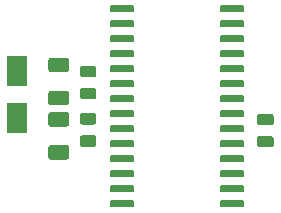
<source format=gtp>
G04 #@! TF.GenerationSoftware,KiCad,Pcbnew,(5.1.5)-3*
G04 #@! TF.CreationDate,2020-04-23T23:36:20+02:00*
G04 #@! TF.ProjectId,01_spi_pont_H,30315f73-7069-45f7-906f-6e745f482e6b,rev?*
G04 #@! TF.SameCoordinates,Original*
G04 #@! TF.FileFunction,Paste,Top*
G04 #@! TF.FilePolarity,Positive*
%FSLAX46Y46*%
G04 Gerber Fmt 4.6, Leading zero omitted, Abs format (unit mm)*
G04 Created by KiCad (PCBNEW (5.1.5)-3) date 2020-04-23 23:36:20*
%MOMM*%
%LPD*%
G04 APERTURE LIST*
%ADD10C,0.100000*%
%ADD11R,1.800000X2.500000*%
G04 APERTURE END LIST*
D10*
G36*
X126980142Y-71576174D02*
G01*
X127003803Y-71579684D01*
X127027007Y-71585496D01*
X127049529Y-71593554D01*
X127071153Y-71603782D01*
X127091670Y-71616079D01*
X127110883Y-71630329D01*
X127128607Y-71646393D01*
X127144671Y-71664117D01*
X127158921Y-71683330D01*
X127171218Y-71703847D01*
X127181446Y-71725471D01*
X127189504Y-71747993D01*
X127195316Y-71771197D01*
X127198826Y-71794858D01*
X127200000Y-71818750D01*
X127200000Y-72306250D01*
X127198826Y-72330142D01*
X127195316Y-72353803D01*
X127189504Y-72377007D01*
X127181446Y-72399529D01*
X127171218Y-72421153D01*
X127158921Y-72441670D01*
X127144671Y-72460883D01*
X127128607Y-72478607D01*
X127110883Y-72494671D01*
X127091670Y-72508921D01*
X127071153Y-72521218D01*
X127049529Y-72531446D01*
X127027007Y-72539504D01*
X127003803Y-72545316D01*
X126980142Y-72548826D01*
X126956250Y-72550000D01*
X126043750Y-72550000D01*
X126019858Y-72548826D01*
X125996197Y-72545316D01*
X125972993Y-72539504D01*
X125950471Y-72531446D01*
X125928847Y-72521218D01*
X125908330Y-72508921D01*
X125889117Y-72494671D01*
X125871393Y-72478607D01*
X125855329Y-72460883D01*
X125841079Y-72441670D01*
X125828782Y-72421153D01*
X125818554Y-72399529D01*
X125810496Y-72377007D01*
X125804684Y-72353803D01*
X125801174Y-72330142D01*
X125800000Y-72306250D01*
X125800000Y-71818750D01*
X125801174Y-71794858D01*
X125804684Y-71771197D01*
X125810496Y-71747993D01*
X125818554Y-71725471D01*
X125828782Y-71703847D01*
X125841079Y-71683330D01*
X125855329Y-71664117D01*
X125871393Y-71646393D01*
X125889117Y-71630329D01*
X125908330Y-71616079D01*
X125928847Y-71603782D01*
X125950471Y-71593554D01*
X125972993Y-71585496D01*
X125996197Y-71579684D01*
X126019858Y-71576174D01*
X126043750Y-71575000D01*
X126956250Y-71575000D01*
X126980142Y-71576174D01*
G37*
G36*
X126980142Y-73451174D02*
G01*
X127003803Y-73454684D01*
X127027007Y-73460496D01*
X127049529Y-73468554D01*
X127071153Y-73478782D01*
X127091670Y-73491079D01*
X127110883Y-73505329D01*
X127128607Y-73521393D01*
X127144671Y-73539117D01*
X127158921Y-73558330D01*
X127171218Y-73578847D01*
X127181446Y-73600471D01*
X127189504Y-73622993D01*
X127195316Y-73646197D01*
X127198826Y-73669858D01*
X127200000Y-73693750D01*
X127200000Y-74181250D01*
X127198826Y-74205142D01*
X127195316Y-74228803D01*
X127189504Y-74252007D01*
X127181446Y-74274529D01*
X127171218Y-74296153D01*
X127158921Y-74316670D01*
X127144671Y-74335883D01*
X127128607Y-74353607D01*
X127110883Y-74369671D01*
X127091670Y-74383921D01*
X127071153Y-74396218D01*
X127049529Y-74406446D01*
X127027007Y-74414504D01*
X127003803Y-74420316D01*
X126980142Y-74423826D01*
X126956250Y-74425000D01*
X126043750Y-74425000D01*
X126019858Y-74423826D01*
X125996197Y-74420316D01*
X125972993Y-74414504D01*
X125950471Y-74406446D01*
X125928847Y-74396218D01*
X125908330Y-74383921D01*
X125889117Y-74369671D01*
X125871393Y-74353607D01*
X125855329Y-74335883D01*
X125841079Y-74316670D01*
X125828782Y-74296153D01*
X125818554Y-74274529D01*
X125810496Y-74252007D01*
X125804684Y-74228803D01*
X125801174Y-74205142D01*
X125800000Y-74181250D01*
X125800000Y-73693750D01*
X125801174Y-73669858D01*
X125804684Y-73646197D01*
X125810496Y-73622993D01*
X125818554Y-73600471D01*
X125828782Y-73578847D01*
X125841079Y-73558330D01*
X125855329Y-73539117D01*
X125871393Y-73521393D01*
X125889117Y-73505329D01*
X125908330Y-73491079D01*
X125928847Y-73478782D01*
X125950471Y-73468554D01*
X125972993Y-73460496D01*
X125996197Y-73454684D01*
X126019858Y-73451174D01*
X126043750Y-73450000D01*
X126956250Y-73450000D01*
X126980142Y-73451174D01*
G37*
G36*
X126980142Y-75576174D02*
G01*
X127003803Y-75579684D01*
X127027007Y-75585496D01*
X127049529Y-75593554D01*
X127071153Y-75603782D01*
X127091670Y-75616079D01*
X127110883Y-75630329D01*
X127128607Y-75646393D01*
X127144671Y-75664117D01*
X127158921Y-75683330D01*
X127171218Y-75703847D01*
X127181446Y-75725471D01*
X127189504Y-75747993D01*
X127195316Y-75771197D01*
X127198826Y-75794858D01*
X127200000Y-75818750D01*
X127200000Y-76306250D01*
X127198826Y-76330142D01*
X127195316Y-76353803D01*
X127189504Y-76377007D01*
X127181446Y-76399529D01*
X127171218Y-76421153D01*
X127158921Y-76441670D01*
X127144671Y-76460883D01*
X127128607Y-76478607D01*
X127110883Y-76494671D01*
X127091670Y-76508921D01*
X127071153Y-76521218D01*
X127049529Y-76531446D01*
X127027007Y-76539504D01*
X127003803Y-76545316D01*
X126980142Y-76548826D01*
X126956250Y-76550000D01*
X126043750Y-76550000D01*
X126019858Y-76548826D01*
X125996197Y-76545316D01*
X125972993Y-76539504D01*
X125950471Y-76531446D01*
X125928847Y-76521218D01*
X125908330Y-76508921D01*
X125889117Y-76494671D01*
X125871393Y-76478607D01*
X125855329Y-76460883D01*
X125841079Y-76441670D01*
X125828782Y-76421153D01*
X125818554Y-76399529D01*
X125810496Y-76377007D01*
X125804684Y-76353803D01*
X125801174Y-76330142D01*
X125800000Y-76306250D01*
X125800000Y-75818750D01*
X125801174Y-75794858D01*
X125804684Y-75771197D01*
X125810496Y-75747993D01*
X125818554Y-75725471D01*
X125828782Y-75703847D01*
X125841079Y-75683330D01*
X125855329Y-75664117D01*
X125871393Y-75646393D01*
X125889117Y-75630329D01*
X125908330Y-75616079D01*
X125928847Y-75603782D01*
X125950471Y-75593554D01*
X125972993Y-75585496D01*
X125996197Y-75579684D01*
X126019858Y-75576174D01*
X126043750Y-75575000D01*
X126956250Y-75575000D01*
X126980142Y-75576174D01*
G37*
G36*
X126980142Y-77451174D02*
G01*
X127003803Y-77454684D01*
X127027007Y-77460496D01*
X127049529Y-77468554D01*
X127071153Y-77478782D01*
X127091670Y-77491079D01*
X127110883Y-77505329D01*
X127128607Y-77521393D01*
X127144671Y-77539117D01*
X127158921Y-77558330D01*
X127171218Y-77578847D01*
X127181446Y-77600471D01*
X127189504Y-77622993D01*
X127195316Y-77646197D01*
X127198826Y-77669858D01*
X127200000Y-77693750D01*
X127200000Y-78181250D01*
X127198826Y-78205142D01*
X127195316Y-78228803D01*
X127189504Y-78252007D01*
X127181446Y-78274529D01*
X127171218Y-78296153D01*
X127158921Y-78316670D01*
X127144671Y-78335883D01*
X127128607Y-78353607D01*
X127110883Y-78369671D01*
X127091670Y-78383921D01*
X127071153Y-78396218D01*
X127049529Y-78406446D01*
X127027007Y-78414504D01*
X127003803Y-78420316D01*
X126980142Y-78423826D01*
X126956250Y-78425000D01*
X126043750Y-78425000D01*
X126019858Y-78423826D01*
X125996197Y-78420316D01*
X125972993Y-78414504D01*
X125950471Y-78406446D01*
X125928847Y-78396218D01*
X125908330Y-78383921D01*
X125889117Y-78369671D01*
X125871393Y-78353607D01*
X125855329Y-78335883D01*
X125841079Y-78316670D01*
X125828782Y-78296153D01*
X125818554Y-78274529D01*
X125810496Y-78252007D01*
X125804684Y-78228803D01*
X125801174Y-78205142D01*
X125800000Y-78181250D01*
X125800000Y-77693750D01*
X125801174Y-77669858D01*
X125804684Y-77646197D01*
X125810496Y-77622993D01*
X125818554Y-77600471D01*
X125828782Y-77578847D01*
X125841079Y-77558330D01*
X125855329Y-77539117D01*
X125871393Y-77521393D01*
X125889117Y-77505329D01*
X125908330Y-77491079D01*
X125928847Y-77478782D01*
X125950471Y-77468554D01*
X125972993Y-77460496D01*
X125996197Y-77454684D01*
X126019858Y-77451174D01*
X126043750Y-77450000D01*
X126956250Y-77450000D01*
X126980142Y-77451174D01*
G37*
G36*
X124649504Y-70876204D02*
G01*
X124673773Y-70879804D01*
X124697571Y-70885765D01*
X124720671Y-70894030D01*
X124742849Y-70904520D01*
X124763893Y-70917133D01*
X124783598Y-70931747D01*
X124801777Y-70948223D01*
X124818253Y-70966402D01*
X124832867Y-70986107D01*
X124845480Y-71007151D01*
X124855970Y-71029329D01*
X124864235Y-71052429D01*
X124870196Y-71076227D01*
X124873796Y-71100496D01*
X124875000Y-71125000D01*
X124875000Y-71875000D01*
X124873796Y-71899504D01*
X124870196Y-71923773D01*
X124864235Y-71947571D01*
X124855970Y-71970671D01*
X124845480Y-71992849D01*
X124832867Y-72013893D01*
X124818253Y-72033598D01*
X124801777Y-72051777D01*
X124783598Y-72068253D01*
X124763893Y-72082867D01*
X124742849Y-72095480D01*
X124720671Y-72105970D01*
X124697571Y-72114235D01*
X124673773Y-72120196D01*
X124649504Y-72123796D01*
X124625000Y-72125000D01*
X123375000Y-72125000D01*
X123350496Y-72123796D01*
X123326227Y-72120196D01*
X123302429Y-72114235D01*
X123279329Y-72105970D01*
X123257151Y-72095480D01*
X123236107Y-72082867D01*
X123216402Y-72068253D01*
X123198223Y-72051777D01*
X123181747Y-72033598D01*
X123167133Y-72013893D01*
X123154520Y-71992849D01*
X123144030Y-71970671D01*
X123135765Y-71947571D01*
X123129804Y-71923773D01*
X123126204Y-71899504D01*
X123125000Y-71875000D01*
X123125000Y-71125000D01*
X123126204Y-71100496D01*
X123129804Y-71076227D01*
X123135765Y-71052429D01*
X123144030Y-71029329D01*
X123154520Y-71007151D01*
X123167133Y-70986107D01*
X123181747Y-70966402D01*
X123198223Y-70948223D01*
X123216402Y-70931747D01*
X123236107Y-70917133D01*
X123257151Y-70904520D01*
X123279329Y-70894030D01*
X123302429Y-70885765D01*
X123326227Y-70879804D01*
X123350496Y-70876204D01*
X123375000Y-70875000D01*
X124625000Y-70875000D01*
X124649504Y-70876204D01*
G37*
G36*
X124649504Y-73676204D02*
G01*
X124673773Y-73679804D01*
X124697571Y-73685765D01*
X124720671Y-73694030D01*
X124742849Y-73704520D01*
X124763893Y-73717133D01*
X124783598Y-73731747D01*
X124801777Y-73748223D01*
X124818253Y-73766402D01*
X124832867Y-73786107D01*
X124845480Y-73807151D01*
X124855970Y-73829329D01*
X124864235Y-73852429D01*
X124870196Y-73876227D01*
X124873796Y-73900496D01*
X124875000Y-73925000D01*
X124875000Y-74675000D01*
X124873796Y-74699504D01*
X124870196Y-74723773D01*
X124864235Y-74747571D01*
X124855970Y-74770671D01*
X124845480Y-74792849D01*
X124832867Y-74813893D01*
X124818253Y-74833598D01*
X124801777Y-74851777D01*
X124783598Y-74868253D01*
X124763893Y-74882867D01*
X124742849Y-74895480D01*
X124720671Y-74905970D01*
X124697571Y-74914235D01*
X124673773Y-74920196D01*
X124649504Y-74923796D01*
X124625000Y-74925000D01*
X123375000Y-74925000D01*
X123350496Y-74923796D01*
X123326227Y-74920196D01*
X123302429Y-74914235D01*
X123279329Y-74905970D01*
X123257151Y-74895480D01*
X123236107Y-74882867D01*
X123216402Y-74868253D01*
X123198223Y-74851777D01*
X123181747Y-74833598D01*
X123167133Y-74813893D01*
X123154520Y-74792849D01*
X123144030Y-74770671D01*
X123135765Y-74747571D01*
X123129804Y-74723773D01*
X123126204Y-74699504D01*
X123125000Y-74675000D01*
X123125000Y-73925000D01*
X123126204Y-73900496D01*
X123129804Y-73876227D01*
X123135765Y-73852429D01*
X123144030Y-73829329D01*
X123154520Y-73807151D01*
X123167133Y-73786107D01*
X123181747Y-73766402D01*
X123198223Y-73748223D01*
X123216402Y-73731747D01*
X123236107Y-73717133D01*
X123257151Y-73704520D01*
X123279329Y-73694030D01*
X123302429Y-73685765D01*
X123326227Y-73679804D01*
X123350496Y-73676204D01*
X123375000Y-73675000D01*
X124625000Y-73675000D01*
X124649504Y-73676204D01*
G37*
G36*
X141980142Y-77513674D02*
G01*
X142003803Y-77517184D01*
X142027007Y-77522996D01*
X142049529Y-77531054D01*
X142071153Y-77541282D01*
X142091670Y-77553579D01*
X142110883Y-77567829D01*
X142128607Y-77583893D01*
X142144671Y-77601617D01*
X142158921Y-77620830D01*
X142171218Y-77641347D01*
X142181446Y-77662971D01*
X142189504Y-77685493D01*
X142195316Y-77708697D01*
X142198826Y-77732358D01*
X142200000Y-77756250D01*
X142200000Y-78243750D01*
X142198826Y-78267642D01*
X142195316Y-78291303D01*
X142189504Y-78314507D01*
X142181446Y-78337029D01*
X142171218Y-78358653D01*
X142158921Y-78379170D01*
X142144671Y-78398383D01*
X142128607Y-78416107D01*
X142110883Y-78432171D01*
X142091670Y-78446421D01*
X142071153Y-78458718D01*
X142049529Y-78468946D01*
X142027007Y-78477004D01*
X142003803Y-78482816D01*
X141980142Y-78486326D01*
X141956250Y-78487500D01*
X141043750Y-78487500D01*
X141019858Y-78486326D01*
X140996197Y-78482816D01*
X140972993Y-78477004D01*
X140950471Y-78468946D01*
X140928847Y-78458718D01*
X140908330Y-78446421D01*
X140889117Y-78432171D01*
X140871393Y-78416107D01*
X140855329Y-78398383D01*
X140841079Y-78379170D01*
X140828782Y-78358653D01*
X140818554Y-78337029D01*
X140810496Y-78314507D01*
X140804684Y-78291303D01*
X140801174Y-78267642D01*
X140800000Y-78243750D01*
X140800000Y-77756250D01*
X140801174Y-77732358D01*
X140804684Y-77708697D01*
X140810496Y-77685493D01*
X140818554Y-77662971D01*
X140828782Y-77641347D01*
X140841079Y-77620830D01*
X140855329Y-77601617D01*
X140871393Y-77583893D01*
X140889117Y-77567829D01*
X140908330Y-77553579D01*
X140928847Y-77541282D01*
X140950471Y-77531054D01*
X140972993Y-77522996D01*
X140996197Y-77517184D01*
X141019858Y-77513674D01*
X141043750Y-77512500D01*
X141956250Y-77512500D01*
X141980142Y-77513674D01*
G37*
G36*
X141980142Y-75638674D02*
G01*
X142003803Y-75642184D01*
X142027007Y-75647996D01*
X142049529Y-75656054D01*
X142071153Y-75666282D01*
X142091670Y-75678579D01*
X142110883Y-75692829D01*
X142128607Y-75708893D01*
X142144671Y-75726617D01*
X142158921Y-75745830D01*
X142171218Y-75766347D01*
X142181446Y-75787971D01*
X142189504Y-75810493D01*
X142195316Y-75833697D01*
X142198826Y-75857358D01*
X142200000Y-75881250D01*
X142200000Y-76368750D01*
X142198826Y-76392642D01*
X142195316Y-76416303D01*
X142189504Y-76439507D01*
X142181446Y-76462029D01*
X142171218Y-76483653D01*
X142158921Y-76504170D01*
X142144671Y-76523383D01*
X142128607Y-76541107D01*
X142110883Y-76557171D01*
X142091670Y-76571421D01*
X142071153Y-76583718D01*
X142049529Y-76593946D01*
X142027007Y-76602004D01*
X142003803Y-76607816D01*
X141980142Y-76611326D01*
X141956250Y-76612500D01*
X141043750Y-76612500D01*
X141019858Y-76611326D01*
X140996197Y-76607816D01*
X140972993Y-76602004D01*
X140950471Y-76593946D01*
X140928847Y-76583718D01*
X140908330Y-76571421D01*
X140889117Y-76557171D01*
X140871393Y-76541107D01*
X140855329Y-76523383D01*
X140841079Y-76504170D01*
X140828782Y-76483653D01*
X140818554Y-76462029D01*
X140810496Y-76439507D01*
X140804684Y-76416303D01*
X140801174Y-76392642D01*
X140800000Y-76368750D01*
X140800000Y-75881250D01*
X140801174Y-75857358D01*
X140804684Y-75833697D01*
X140810496Y-75810493D01*
X140818554Y-75787971D01*
X140828782Y-75766347D01*
X140841079Y-75745830D01*
X140855329Y-75726617D01*
X140871393Y-75708893D01*
X140889117Y-75692829D01*
X140908330Y-75678579D01*
X140928847Y-75666282D01*
X140950471Y-75656054D01*
X140972993Y-75647996D01*
X140996197Y-75642184D01*
X141019858Y-75638674D01*
X141043750Y-75637500D01*
X141956250Y-75637500D01*
X141980142Y-75638674D01*
G37*
D11*
X120500000Y-72000000D03*
X120500000Y-76000000D03*
D10*
G36*
X130239703Y-66445722D02*
G01*
X130254264Y-66447882D01*
X130268543Y-66451459D01*
X130282403Y-66456418D01*
X130295710Y-66462712D01*
X130308336Y-66470280D01*
X130320159Y-66479048D01*
X130331066Y-66488934D01*
X130340952Y-66499841D01*
X130349720Y-66511664D01*
X130357288Y-66524290D01*
X130363582Y-66537597D01*
X130368541Y-66551457D01*
X130372118Y-66565736D01*
X130374278Y-66580297D01*
X130375000Y-66595000D01*
X130375000Y-66895000D01*
X130374278Y-66909703D01*
X130372118Y-66924264D01*
X130368541Y-66938543D01*
X130363582Y-66952403D01*
X130357288Y-66965710D01*
X130349720Y-66978336D01*
X130340952Y-66990159D01*
X130331066Y-67001066D01*
X130320159Y-67010952D01*
X130308336Y-67019720D01*
X130295710Y-67027288D01*
X130282403Y-67033582D01*
X130268543Y-67038541D01*
X130254264Y-67042118D01*
X130239703Y-67044278D01*
X130225000Y-67045000D01*
X128475000Y-67045000D01*
X128460297Y-67044278D01*
X128445736Y-67042118D01*
X128431457Y-67038541D01*
X128417597Y-67033582D01*
X128404290Y-67027288D01*
X128391664Y-67019720D01*
X128379841Y-67010952D01*
X128368934Y-67001066D01*
X128359048Y-66990159D01*
X128350280Y-66978336D01*
X128342712Y-66965710D01*
X128336418Y-66952403D01*
X128331459Y-66938543D01*
X128327882Y-66924264D01*
X128325722Y-66909703D01*
X128325000Y-66895000D01*
X128325000Y-66595000D01*
X128325722Y-66580297D01*
X128327882Y-66565736D01*
X128331459Y-66551457D01*
X128336418Y-66537597D01*
X128342712Y-66524290D01*
X128350280Y-66511664D01*
X128359048Y-66499841D01*
X128368934Y-66488934D01*
X128379841Y-66479048D01*
X128391664Y-66470280D01*
X128404290Y-66462712D01*
X128417597Y-66456418D01*
X128431457Y-66451459D01*
X128445736Y-66447882D01*
X128460297Y-66445722D01*
X128475000Y-66445000D01*
X130225000Y-66445000D01*
X130239703Y-66445722D01*
G37*
G36*
X130239703Y-67715722D02*
G01*
X130254264Y-67717882D01*
X130268543Y-67721459D01*
X130282403Y-67726418D01*
X130295710Y-67732712D01*
X130308336Y-67740280D01*
X130320159Y-67749048D01*
X130331066Y-67758934D01*
X130340952Y-67769841D01*
X130349720Y-67781664D01*
X130357288Y-67794290D01*
X130363582Y-67807597D01*
X130368541Y-67821457D01*
X130372118Y-67835736D01*
X130374278Y-67850297D01*
X130375000Y-67865000D01*
X130375000Y-68165000D01*
X130374278Y-68179703D01*
X130372118Y-68194264D01*
X130368541Y-68208543D01*
X130363582Y-68222403D01*
X130357288Y-68235710D01*
X130349720Y-68248336D01*
X130340952Y-68260159D01*
X130331066Y-68271066D01*
X130320159Y-68280952D01*
X130308336Y-68289720D01*
X130295710Y-68297288D01*
X130282403Y-68303582D01*
X130268543Y-68308541D01*
X130254264Y-68312118D01*
X130239703Y-68314278D01*
X130225000Y-68315000D01*
X128475000Y-68315000D01*
X128460297Y-68314278D01*
X128445736Y-68312118D01*
X128431457Y-68308541D01*
X128417597Y-68303582D01*
X128404290Y-68297288D01*
X128391664Y-68289720D01*
X128379841Y-68280952D01*
X128368934Y-68271066D01*
X128359048Y-68260159D01*
X128350280Y-68248336D01*
X128342712Y-68235710D01*
X128336418Y-68222403D01*
X128331459Y-68208543D01*
X128327882Y-68194264D01*
X128325722Y-68179703D01*
X128325000Y-68165000D01*
X128325000Y-67865000D01*
X128325722Y-67850297D01*
X128327882Y-67835736D01*
X128331459Y-67821457D01*
X128336418Y-67807597D01*
X128342712Y-67794290D01*
X128350280Y-67781664D01*
X128359048Y-67769841D01*
X128368934Y-67758934D01*
X128379841Y-67749048D01*
X128391664Y-67740280D01*
X128404290Y-67732712D01*
X128417597Y-67726418D01*
X128431457Y-67721459D01*
X128445736Y-67717882D01*
X128460297Y-67715722D01*
X128475000Y-67715000D01*
X130225000Y-67715000D01*
X130239703Y-67715722D01*
G37*
G36*
X130239703Y-68985722D02*
G01*
X130254264Y-68987882D01*
X130268543Y-68991459D01*
X130282403Y-68996418D01*
X130295710Y-69002712D01*
X130308336Y-69010280D01*
X130320159Y-69019048D01*
X130331066Y-69028934D01*
X130340952Y-69039841D01*
X130349720Y-69051664D01*
X130357288Y-69064290D01*
X130363582Y-69077597D01*
X130368541Y-69091457D01*
X130372118Y-69105736D01*
X130374278Y-69120297D01*
X130375000Y-69135000D01*
X130375000Y-69435000D01*
X130374278Y-69449703D01*
X130372118Y-69464264D01*
X130368541Y-69478543D01*
X130363582Y-69492403D01*
X130357288Y-69505710D01*
X130349720Y-69518336D01*
X130340952Y-69530159D01*
X130331066Y-69541066D01*
X130320159Y-69550952D01*
X130308336Y-69559720D01*
X130295710Y-69567288D01*
X130282403Y-69573582D01*
X130268543Y-69578541D01*
X130254264Y-69582118D01*
X130239703Y-69584278D01*
X130225000Y-69585000D01*
X128475000Y-69585000D01*
X128460297Y-69584278D01*
X128445736Y-69582118D01*
X128431457Y-69578541D01*
X128417597Y-69573582D01*
X128404290Y-69567288D01*
X128391664Y-69559720D01*
X128379841Y-69550952D01*
X128368934Y-69541066D01*
X128359048Y-69530159D01*
X128350280Y-69518336D01*
X128342712Y-69505710D01*
X128336418Y-69492403D01*
X128331459Y-69478543D01*
X128327882Y-69464264D01*
X128325722Y-69449703D01*
X128325000Y-69435000D01*
X128325000Y-69135000D01*
X128325722Y-69120297D01*
X128327882Y-69105736D01*
X128331459Y-69091457D01*
X128336418Y-69077597D01*
X128342712Y-69064290D01*
X128350280Y-69051664D01*
X128359048Y-69039841D01*
X128368934Y-69028934D01*
X128379841Y-69019048D01*
X128391664Y-69010280D01*
X128404290Y-69002712D01*
X128417597Y-68996418D01*
X128431457Y-68991459D01*
X128445736Y-68987882D01*
X128460297Y-68985722D01*
X128475000Y-68985000D01*
X130225000Y-68985000D01*
X130239703Y-68985722D01*
G37*
G36*
X130239703Y-70255722D02*
G01*
X130254264Y-70257882D01*
X130268543Y-70261459D01*
X130282403Y-70266418D01*
X130295710Y-70272712D01*
X130308336Y-70280280D01*
X130320159Y-70289048D01*
X130331066Y-70298934D01*
X130340952Y-70309841D01*
X130349720Y-70321664D01*
X130357288Y-70334290D01*
X130363582Y-70347597D01*
X130368541Y-70361457D01*
X130372118Y-70375736D01*
X130374278Y-70390297D01*
X130375000Y-70405000D01*
X130375000Y-70705000D01*
X130374278Y-70719703D01*
X130372118Y-70734264D01*
X130368541Y-70748543D01*
X130363582Y-70762403D01*
X130357288Y-70775710D01*
X130349720Y-70788336D01*
X130340952Y-70800159D01*
X130331066Y-70811066D01*
X130320159Y-70820952D01*
X130308336Y-70829720D01*
X130295710Y-70837288D01*
X130282403Y-70843582D01*
X130268543Y-70848541D01*
X130254264Y-70852118D01*
X130239703Y-70854278D01*
X130225000Y-70855000D01*
X128475000Y-70855000D01*
X128460297Y-70854278D01*
X128445736Y-70852118D01*
X128431457Y-70848541D01*
X128417597Y-70843582D01*
X128404290Y-70837288D01*
X128391664Y-70829720D01*
X128379841Y-70820952D01*
X128368934Y-70811066D01*
X128359048Y-70800159D01*
X128350280Y-70788336D01*
X128342712Y-70775710D01*
X128336418Y-70762403D01*
X128331459Y-70748543D01*
X128327882Y-70734264D01*
X128325722Y-70719703D01*
X128325000Y-70705000D01*
X128325000Y-70405000D01*
X128325722Y-70390297D01*
X128327882Y-70375736D01*
X128331459Y-70361457D01*
X128336418Y-70347597D01*
X128342712Y-70334290D01*
X128350280Y-70321664D01*
X128359048Y-70309841D01*
X128368934Y-70298934D01*
X128379841Y-70289048D01*
X128391664Y-70280280D01*
X128404290Y-70272712D01*
X128417597Y-70266418D01*
X128431457Y-70261459D01*
X128445736Y-70257882D01*
X128460297Y-70255722D01*
X128475000Y-70255000D01*
X130225000Y-70255000D01*
X130239703Y-70255722D01*
G37*
G36*
X130239703Y-71525722D02*
G01*
X130254264Y-71527882D01*
X130268543Y-71531459D01*
X130282403Y-71536418D01*
X130295710Y-71542712D01*
X130308336Y-71550280D01*
X130320159Y-71559048D01*
X130331066Y-71568934D01*
X130340952Y-71579841D01*
X130349720Y-71591664D01*
X130357288Y-71604290D01*
X130363582Y-71617597D01*
X130368541Y-71631457D01*
X130372118Y-71645736D01*
X130374278Y-71660297D01*
X130375000Y-71675000D01*
X130375000Y-71975000D01*
X130374278Y-71989703D01*
X130372118Y-72004264D01*
X130368541Y-72018543D01*
X130363582Y-72032403D01*
X130357288Y-72045710D01*
X130349720Y-72058336D01*
X130340952Y-72070159D01*
X130331066Y-72081066D01*
X130320159Y-72090952D01*
X130308336Y-72099720D01*
X130295710Y-72107288D01*
X130282403Y-72113582D01*
X130268543Y-72118541D01*
X130254264Y-72122118D01*
X130239703Y-72124278D01*
X130225000Y-72125000D01*
X128475000Y-72125000D01*
X128460297Y-72124278D01*
X128445736Y-72122118D01*
X128431457Y-72118541D01*
X128417597Y-72113582D01*
X128404290Y-72107288D01*
X128391664Y-72099720D01*
X128379841Y-72090952D01*
X128368934Y-72081066D01*
X128359048Y-72070159D01*
X128350280Y-72058336D01*
X128342712Y-72045710D01*
X128336418Y-72032403D01*
X128331459Y-72018543D01*
X128327882Y-72004264D01*
X128325722Y-71989703D01*
X128325000Y-71975000D01*
X128325000Y-71675000D01*
X128325722Y-71660297D01*
X128327882Y-71645736D01*
X128331459Y-71631457D01*
X128336418Y-71617597D01*
X128342712Y-71604290D01*
X128350280Y-71591664D01*
X128359048Y-71579841D01*
X128368934Y-71568934D01*
X128379841Y-71559048D01*
X128391664Y-71550280D01*
X128404290Y-71542712D01*
X128417597Y-71536418D01*
X128431457Y-71531459D01*
X128445736Y-71527882D01*
X128460297Y-71525722D01*
X128475000Y-71525000D01*
X130225000Y-71525000D01*
X130239703Y-71525722D01*
G37*
G36*
X130239703Y-72795722D02*
G01*
X130254264Y-72797882D01*
X130268543Y-72801459D01*
X130282403Y-72806418D01*
X130295710Y-72812712D01*
X130308336Y-72820280D01*
X130320159Y-72829048D01*
X130331066Y-72838934D01*
X130340952Y-72849841D01*
X130349720Y-72861664D01*
X130357288Y-72874290D01*
X130363582Y-72887597D01*
X130368541Y-72901457D01*
X130372118Y-72915736D01*
X130374278Y-72930297D01*
X130375000Y-72945000D01*
X130375000Y-73245000D01*
X130374278Y-73259703D01*
X130372118Y-73274264D01*
X130368541Y-73288543D01*
X130363582Y-73302403D01*
X130357288Y-73315710D01*
X130349720Y-73328336D01*
X130340952Y-73340159D01*
X130331066Y-73351066D01*
X130320159Y-73360952D01*
X130308336Y-73369720D01*
X130295710Y-73377288D01*
X130282403Y-73383582D01*
X130268543Y-73388541D01*
X130254264Y-73392118D01*
X130239703Y-73394278D01*
X130225000Y-73395000D01*
X128475000Y-73395000D01*
X128460297Y-73394278D01*
X128445736Y-73392118D01*
X128431457Y-73388541D01*
X128417597Y-73383582D01*
X128404290Y-73377288D01*
X128391664Y-73369720D01*
X128379841Y-73360952D01*
X128368934Y-73351066D01*
X128359048Y-73340159D01*
X128350280Y-73328336D01*
X128342712Y-73315710D01*
X128336418Y-73302403D01*
X128331459Y-73288543D01*
X128327882Y-73274264D01*
X128325722Y-73259703D01*
X128325000Y-73245000D01*
X128325000Y-72945000D01*
X128325722Y-72930297D01*
X128327882Y-72915736D01*
X128331459Y-72901457D01*
X128336418Y-72887597D01*
X128342712Y-72874290D01*
X128350280Y-72861664D01*
X128359048Y-72849841D01*
X128368934Y-72838934D01*
X128379841Y-72829048D01*
X128391664Y-72820280D01*
X128404290Y-72812712D01*
X128417597Y-72806418D01*
X128431457Y-72801459D01*
X128445736Y-72797882D01*
X128460297Y-72795722D01*
X128475000Y-72795000D01*
X130225000Y-72795000D01*
X130239703Y-72795722D01*
G37*
G36*
X130239703Y-74065722D02*
G01*
X130254264Y-74067882D01*
X130268543Y-74071459D01*
X130282403Y-74076418D01*
X130295710Y-74082712D01*
X130308336Y-74090280D01*
X130320159Y-74099048D01*
X130331066Y-74108934D01*
X130340952Y-74119841D01*
X130349720Y-74131664D01*
X130357288Y-74144290D01*
X130363582Y-74157597D01*
X130368541Y-74171457D01*
X130372118Y-74185736D01*
X130374278Y-74200297D01*
X130375000Y-74215000D01*
X130375000Y-74515000D01*
X130374278Y-74529703D01*
X130372118Y-74544264D01*
X130368541Y-74558543D01*
X130363582Y-74572403D01*
X130357288Y-74585710D01*
X130349720Y-74598336D01*
X130340952Y-74610159D01*
X130331066Y-74621066D01*
X130320159Y-74630952D01*
X130308336Y-74639720D01*
X130295710Y-74647288D01*
X130282403Y-74653582D01*
X130268543Y-74658541D01*
X130254264Y-74662118D01*
X130239703Y-74664278D01*
X130225000Y-74665000D01*
X128475000Y-74665000D01*
X128460297Y-74664278D01*
X128445736Y-74662118D01*
X128431457Y-74658541D01*
X128417597Y-74653582D01*
X128404290Y-74647288D01*
X128391664Y-74639720D01*
X128379841Y-74630952D01*
X128368934Y-74621066D01*
X128359048Y-74610159D01*
X128350280Y-74598336D01*
X128342712Y-74585710D01*
X128336418Y-74572403D01*
X128331459Y-74558543D01*
X128327882Y-74544264D01*
X128325722Y-74529703D01*
X128325000Y-74515000D01*
X128325000Y-74215000D01*
X128325722Y-74200297D01*
X128327882Y-74185736D01*
X128331459Y-74171457D01*
X128336418Y-74157597D01*
X128342712Y-74144290D01*
X128350280Y-74131664D01*
X128359048Y-74119841D01*
X128368934Y-74108934D01*
X128379841Y-74099048D01*
X128391664Y-74090280D01*
X128404290Y-74082712D01*
X128417597Y-74076418D01*
X128431457Y-74071459D01*
X128445736Y-74067882D01*
X128460297Y-74065722D01*
X128475000Y-74065000D01*
X130225000Y-74065000D01*
X130239703Y-74065722D01*
G37*
G36*
X130239703Y-75335722D02*
G01*
X130254264Y-75337882D01*
X130268543Y-75341459D01*
X130282403Y-75346418D01*
X130295710Y-75352712D01*
X130308336Y-75360280D01*
X130320159Y-75369048D01*
X130331066Y-75378934D01*
X130340952Y-75389841D01*
X130349720Y-75401664D01*
X130357288Y-75414290D01*
X130363582Y-75427597D01*
X130368541Y-75441457D01*
X130372118Y-75455736D01*
X130374278Y-75470297D01*
X130375000Y-75485000D01*
X130375000Y-75785000D01*
X130374278Y-75799703D01*
X130372118Y-75814264D01*
X130368541Y-75828543D01*
X130363582Y-75842403D01*
X130357288Y-75855710D01*
X130349720Y-75868336D01*
X130340952Y-75880159D01*
X130331066Y-75891066D01*
X130320159Y-75900952D01*
X130308336Y-75909720D01*
X130295710Y-75917288D01*
X130282403Y-75923582D01*
X130268543Y-75928541D01*
X130254264Y-75932118D01*
X130239703Y-75934278D01*
X130225000Y-75935000D01*
X128475000Y-75935000D01*
X128460297Y-75934278D01*
X128445736Y-75932118D01*
X128431457Y-75928541D01*
X128417597Y-75923582D01*
X128404290Y-75917288D01*
X128391664Y-75909720D01*
X128379841Y-75900952D01*
X128368934Y-75891066D01*
X128359048Y-75880159D01*
X128350280Y-75868336D01*
X128342712Y-75855710D01*
X128336418Y-75842403D01*
X128331459Y-75828543D01*
X128327882Y-75814264D01*
X128325722Y-75799703D01*
X128325000Y-75785000D01*
X128325000Y-75485000D01*
X128325722Y-75470297D01*
X128327882Y-75455736D01*
X128331459Y-75441457D01*
X128336418Y-75427597D01*
X128342712Y-75414290D01*
X128350280Y-75401664D01*
X128359048Y-75389841D01*
X128368934Y-75378934D01*
X128379841Y-75369048D01*
X128391664Y-75360280D01*
X128404290Y-75352712D01*
X128417597Y-75346418D01*
X128431457Y-75341459D01*
X128445736Y-75337882D01*
X128460297Y-75335722D01*
X128475000Y-75335000D01*
X130225000Y-75335000D01*
X130239703Y-75335722D01*
G37*
G36*
X130239703Y-76605722D02*
G01*
X130254264Y-76607882D01*
X130268543Y-76611459D01*
X130282403Y-76616418D01*
X130295710Y-76622712D01*
X130308336Y-76630280D01*
X130320159Y-76639048D01*
X130331066Y-76648934D01*
X130340952Y-76659841D01*
X130349720Y-76671664D01*
X130357288Y-76684290D01*
X130363582Y-76697597D01*
X130368541Y-76711457D01*
X130372118Y-76725736D01*
X130374278Y-76740297D01*
X130375000Y-76755000D01*
X130375000Y-77055000D01*
X130374278Y-77069703D01*
X130372118Y-77084264D01*
X130368541Y-77098543D01*
X130363582Y-77112403D01*
X130357288Y-77125710D01*
X130349720Y-77138336D01*
X130340952Y-77150159D01*
X130331066Y-77161066D01*
X130320159Y-77170952D01*
X130308336Y-77179720D01*
X130295710Y-77187288D01*
X130282403Y-77193582D01*
X130268543Y-77198541D01*
X130254264Y-77202118D01*
X130239703Y-77204278D01*
X130225000Y-77205000D01*
X128475000Y-77205000D01*
X128460297Y-77204278D01*
X128445736Y-77202118D01*
X128431457Y-77198541D01*
X128417597Y-77193582D01*
X128404290Y-77187288D01*
X128391664Y-77179720D01*
X128379841Y-77170952D01*
X128368934Y-77161066D01*
X128359048Y-77150159D01*
X128350280Y-77138336D01*
X128342712Y-77125710D01*
X128336418Y-77112403D01*
X128331459Y-77098543D01*
X128327882Y-77084264D01*
X128325722Y-77069703D01*
X128325000Y-77055000D01*
X128325000Y-76755000D01*
X128325722Y-76740297D01*
X128327882Y-76725736D01*
X128331459Y-76711457D01*
X128336418Y-76697597D01*
X128342712Y-76684290D01*
X128350280Y-76671664D01*
X128359048Y-76659841D01*
X128368934Y-76648934D01*
X128379841Y-76639048D01*
X128391664Y-76630280D01*
X128404290Y-76622712D01*
X128417597Y-76616418D01*
X128431457Y-76611459D01*
X128445736Y-76607882D01*
X128460297Y-76605722D01*
X128475000Y-76605000D01*
X130225000Y-76605000D01*
X130239703Y-76605722D01*
G37*
G36*
X130239703Y-77875722D02*
G01*
X130254264Y-77877882D01*
X130268543Y-77881459D01*
X130282403Y-77886418D01*
X130295710Y-77892712D01*
X130308336Y-77900280D01*
X130320159Y-77909048D01*
X130331066Y-77918934D01*
X130340952Y-77929841D01*
X130349720Y-77941664D01*
X130357288Y-77954290D01*
X130363582Y-77967597D01*
X130368541Y-77981457D01*
X130372118Y-77995736D01*
X130374278Y-78010297D01*
X130375000Y-78025000D01*
X130375000Y-78325000D01*
X130374278Y-78339703D01*
X130372118Y-78354264D01*
X130368541Y-78368543D01*
X130363582Y-78382403D01*
X130357288Y-78395710D01*
X130349720Y-78408336D01*
X130340952Y-78420159D01*
X130331066Y-78431066D01*
X130320159Y-78440952D01*
X130308336Y-78449720D01*
X130295710Y-78457288D01*
X130282403Y-78463582D01*
X130268543Y-78468541D01*
X130254264Y-78472118D01*
X130239703Y-78474278D01*
X130225000Y-78475000D01*
X128475000Y-78475000D01*
X128460297Y-78474278D01*
X128445736Y-78472118D01*
X128431457Y-78468541D01*
X128417597Y-78463582D01*
X128404290Y-78457288D01*
X128391664Y-78449720D01*
X128379841Y-78440952D01*
X128368934Y-78431066D01*
X128359048Y-78420159D01*
X128350280Y-78408336D01*
X128342712Y-78395710D01*
X128336418Y-78382403D01*
X128331459Y-78368543D01*
X128327882Y-78354264D01*
X128325722Y-78339703D01*
X128325000Y-78325000D01*
X128325000Y-78025000D01*
X128325722Y-78010297D01*
X128327882Y-77995736D01*
X128331459Y-77981457D01*
X128336418Y-77967597D01*
X128342712Y-77954290D01*
X128350280Y-77941664D01*
X128359048Y-77929841D01*
X128368934Y-77918934D01*
X128379841Y-77909048D01*
X128391664Y-77900280D01*
X128404290Y-77892712D01*
X128417597Y-77886418D01*
X128431457Y-77881459D01*
X128445736Y-77877882D01*
X128460297Y-77875722D01*
X128475000Y-77875000D01*
X130225000Y-77875000D01*
X130239703Y-77875722D01*
G37*
G36*
X130239703Y-79145722D02*
G01*
X130254264Y-79147882D01*
X130268543Y-79151459D01*
X130282403Y-79156418D01*
X130295710Y-79162712D01*
X130308336Y-79170280D01*
X130320159Y-79179048D01*
X130331066Y-79188934D01*
X130340952Y-79199841D01*
X130349720Y-79211664D01*
X130357288Y-79224290D01*
X130363582Y-79237597D01*
X130368541Y-79251457D01*
X130372118Y-79265736D01*
X130374278Y-79280297D01*
X130375000Y-79295000D01*
X130375000Y-79595000D01*
X130374278Y-79609703D01*
X130372118Y-79624264D01*
X130368541Y-79638543D01*
X130363582Y-79652403D01*
X130357288Y-79665710D01*
X130349720Y-79678336D01*
X130340952Y-79690159D01*
X130331066Y-79701066D01*
X130320159Y-79710952D01*
X130308336Y-79719720D01*
X130295710Y-79727288D01*
X130282403Y-79733582D01*
X130268543Y-79738541D01*
X130254264Y-79742118D01*
X130239703Y-79744278D01*
X130225000Y-79745000D01*
X128475000Y-79745000D01*
X128460297Y-79744278D01*
X128445736Y-79742118D01*
X128431457Y-79738541D01*
X128417597Y-79733582D01*
X128404290Y-79727288D01*
X128391664Y-79719720D01*
X128379841Y-79710952D01*
X128368934Y-79701066D01*
X128359048Y-79690159D01*
X128350280Y-79678336D01*
X128342712Y-79665710D01*
X128336418Y-79652403D01*
X128331459Y-79638543D01*
X128327882Y-79624264D01*
X128325722Y-79609703D01*
X128325000Y-79595000D01*
X128325000Y-79295000D01*
X128325722Y-79280297D01*
X128327882Y-79265736D01*
X128331459Y-79251457D01*
X128336418Y-79237597D01*
X128342712Y-79224290D01*
X128350280Y-79211664D01*
X128359048Y-79199841D01*
X128368934Y-79188934D01*
X128379841Y-79179048D01*
X128391664Y-79170280D01*
X128404290Y-79162712D01*
X128417597Y-79156418D01*
X128431457Y-79151459D01*
X128445736Y-79147882D01*
X128460297Y-79145722D01*
X128475000Y-79145000D01*
X130225000Y-79145000D01*
X130239703Y-79145722D01*
G37*
G36*
X130239703Y-80415722D02*
G01*
X130254264Y-80417882D01*
X130268543Y-80421459D01*
X130282403Y-80426418D01*
X130295710Y-80432712D01*
X130308336Y-80440280D01*
X130320159Y-80449048D01*
X130331066Y-80458934D01*
X130340952Y-80469841D01*
X130349720Y-80481664D01*
X130357288Y-80494290D01*
X130363582Y-80507597D01*
X130368541Y-80521457D01*
X130372118Y-80535736D01*
X130374278Y-80550297D01*
X130375000Y-80565000D01*
X130375000Y-80865000D01*
X130374278Y-80879703D01*
X130372118Y-80894264D01*
X130368541Y-80908543D01*
X130363582Y-80922403D01*
X130357288Y-80935710D01*
X130349720Y-80948336D01*
X130340952Y-80960159D01*
X130331066Y-80971066D01*
X130320159Y-80980952D01*
X130308336Y-80989720D01*
X130295710Y-80997288D01*
X130282403Y-81003582D01*
X130268543Y-81008541D01*
X130254264Y-81012118D01*
X130239703Y-81014278D01*
X130225000Y-81015000D01*
X128475000Y-81015000D01*
X128460297Y-81014278D01*
X128445736Y-81012118D01*
X128431457Y-81008541D01*
X128417597Y-81003582D01*
X128404290Y-80997288D01*
X128391664Y-80989720D01*
X128379841Y-80980952D01*
X128368934Y-80971066D01*
X128359048Y-80960159D01*
X128350280Y-80948336D01*
X128342712Y-80935710D01*
X128336418Y-80922403D01*
X128331459Y-80908543D01*
X128327882Y-80894264D01*
X128325722Y-80879703D01*
X128325000Y-80865000D01*
X128325000Y-80565000D01*
X128325722Y-80550297D01*
X128327882Y-80535736D01*
X128331459Y-80521457D01*
X128336418Y-80507597D01*
X128342712Y-80494290D01*
X128350280Y-80481664D01*
X128359048Y-80469841D01*
X128368934Y-80458934D01*
X128379841Y-80449048D01*
X128391664Y-80440280D01*
X128404290Y-80432712D01*
X128417597Y-80426418D01*
X128431457Y-80421459D01*
X128445736Y-80417882D01*
X128460297Y-80415722D01*
X128475000Y-80415000D01*
X130225000Y-80415000D01*
X130239703Y-80415722D01*
G37*
G36*
X130239703Y-81685722D02*
G01*
X130254264Y-81687882D01*
X130268543Y-81691459D01*
X130282403Y-81696418D01*
X130295710Y-81702712D01*
X130308336Y-81710280D01*
X130320159Y-81719048D01*
X130331066Y-81728934D01*
X130340952Y-81739841D01*
X130349720Y-81751664D01*
X130357288Y-81764290D01*
X130363582Y-81777597D01*
X130368541Y-81791457D01*
X130372118Y-81805736D01*
X130374278Y-81820297D01*
X130375000Y-81835000D01*
X130375000Y-82135000D01*
X130374278Y-82149703D01*
X130372118Y-82164264D01*
X130368541Y-82178543D01*
X130363582Y-82192403D01*
X130357288Y-82205710D01*
X130349720Y-82218336D01*
X130340952Y-82230159D01*
X130331066Y-82241066D01*
X130320159Y-82250952D01*
X130308336Y-82259720D01*
X130295710Y-82267288D01*
X130282403Y-82273582D01*
X130268543Y-82278541D01*
X130254264Y-82282118D01*
X130239703Y-82284278D01*
X130225000Y-82285000D01*
X128475000Y-82285000D01*
X128460297Y-82284278D01*
X128445736Y-82282118D01*
X128431457Y-82278541D01*
X128417597Y-82273582D01*
X128404290Y-82267288D01*
X128391664Y-82259720D01*
X128379841Y-82250952D01*
X128368934Y-82241066D01*
X128359048Y-82230159D01*
X128350280Y-82218336D01*
X128342712Y-82205710D01*
X128336418Y-82192403D01*
X128331459Y-82178543D01*
X128327882Y-82164264D01*
X128325722Y-82149703D01*
X128325000Y-82135000D01*
X128325000Y-81835000D01*
X128325722Y-81820297D01*
X128327882Y-81805736D01*
X128331459Y-81791457D01*
X128336418Y-81777597D01*
X128342712Y-81764290D01*
X128350280Y-81751664D01*
X128359048Y-81739841D01*
X128368934Y-81728934D01*
X128379841Y-81719048D01*
X128391664Y-81710280D01*
X128404290Y-81702712D01*
X128417597Y-81696418D01*
X128431457Y-81691459D01*
X128445736Y-81687882D01*
X128460297Y-81685722D01*
X128475000Y-81685000D01*
X130225000Y-81685000D01*
X130239703Y-81685722D01*
G37*
G36*
X130239703Y-82955722D02*
G01*
X130254264Y-82957882D01*
X130268543Y-82961459D01*
X130282403Y-82966418D01*
X130295710Y-82972712D01*
X130308336Y-82980280D01*
X130320159Y-82989048D01*
X130331066Y-82998934D01*
X130340952Y-83009841D01*
X130349720Y-83021664D01*
X130357288Y-83034290D01*
X130363582Y-83047597D01*
X130368541Y-83061457D01*
X130372118Y-83075736D01*
X130374278Y-83090297D01*
X130375000Y-83105000D01*
X130375000Y-83405000D01*
X130374278Y-83419703D01*
X130372118Y-83434264D01*
X130368541Y-83448543D01*
X130363582Y-83462403D01*
X130357288Y-83475710D01*
X130349720Y-83488336D01*
X130340952Y-83500159D01*
X130331066Y-83511066D01*
X130320159Y-83520952D01*
X130308336Y-83529720D01*
X130295710Y-83537288D01*
X130282403Y-83543582D01*
X130268543Y-83548541D01*
X130254264Y-83552118D01*
X130239703Y-83554278D01*
X130225000Y-83555000D01*
X128475000Y-83555000D01*
X128460297Y-83554278D01*
X128445736Y-83552118D01*
X128431457Y-83548541D01*
X128417597Y-83543582D01*
X128404290Y-83537288D01*
X128391664Y-83529720D01*
X128379841Y-83520952D01*
X128368934Y-83511066D01*
X128359048Y-83500159D01*
X128350280Y-83488336D01*
X128342712Y-83475710D01*
X128336418Y-83462403D01*
X128331459Y-83448543D01*
X128327882Y-83434264D01*
X128325722Y-83419703D01*
X128325000Y-83405000D01*
X128325000Y-83105000D01*
X128325722Y-83090297D01*
X128327882Y-83075736D01*
X128331459Y-83061457D01*
X128336418Y-83047597D01*
X128342712Y-83034290D01*
X128350280Y-83021664D01*
X128359048Y-83009841D01*
X128368934Y-82998934D01*
X128379841Y-82989048D01*
X128391664Y-82980280D01*
X128404290Y-82972712D01*
X128417597Y-82966418D01*
X128431457Y-82961459D01*
X128445736Y-82957882D01*
X128460297Y-82955722D01*
X128475000Y-82955000D01*
X130225000Y-82955000D01*
X130239703Y-82955722D01*
G37*
G36*
X139539703Y-82955722D02*
G01*
X139554264Y-82957882D01*
X139568543Y-82961459D01*
X139582403Y-82966418D01*
X139595710Y-82972712D01*
X139608336Y-82980280D01*
X139620159Y-82989048D01*
X139631066Y-82998934D01*
X139640952Y-83009841D01*
X139649720Y-83021664D01*
X139657288Y-83034290D01*
X139663582Y-83047597D01*
X139668541Y-83061457D01*
X139672118Y-83075736D01*
X139674278Y-83090297D01*
X139675000Y-83105000D01*
X139675000Y-83405000D01*
X139674278Y-83419703D01*
X139672118Y-83434264D01*
X139668541Y-83448543D01*
X139663582Y-83462403D01*
X139657288Y-83475710D01*
X139649720Y-83488336D01*
X139640952Y-83500159D01*
X139631066Y-83511066D01*
X139620159Y-83520952D01*
X139608336Y-83529720D01*
X139595710Y-83537288D01*
X139582403Y-83543582D01*
X139568543Y-83548541D01*
X139554264Y-83552118D01*
X139539703Y-83554278D01*
X139525000Y-83555000D01*
X137775000Y-83555000D01*
X137760297Y-83554278D01*
X137745736Y-83552118D01*
X137731457Y-83548541D01*
X137717597Y-83543582D01*
X137704290Y-83537288D01*
X137691664Y-83529720D01*
X137679841Y-83520952D01*
X137668934Y-83511066D01*
X137659048Y-83500159D01*
X137650280Y-83488336D01*
X137642712Y-83475710D01*
X137636418Y-83462403D01*
X137631459Y-83448543D01*
X137627882Y-83434264D01*
X137625722Y-83419703D01*
X137625000Y-83405000D01*
X137625000Y-83105000D01*
X137625722Y-83090297D01*
X137627882Y-83075736D01*
X137631459Y-83061457D01*
X137636418Y-83047597D01*
X137642712Y-83034290D01*
X137650280Y-83021664D01*
X137659048Y-83009841D01*
X137668934Y-82998934D01*
X137679841Y-82989048D01*
X137691664Y-82980280D01*
X137704290Y-82972712D01*
X137717597Y-82966418D01*
X137731457Y-82961459D01*
X137745736Y-82957882D01*
X137760297Y-82955722D01*
X137775000Y-82955000D01*
X139525000Y-82955000D01*
X139539703Y-82955722D01*
G37*
G36*
X139539703Y-81685722D02*
G01*
X139554264Y-81687882D01*
X139568543Y-81691459D01*
X139582403Y-81696418D01*
X139595710Y-81702712D01*
X139608336Y-81710280D01*
X139620159Y-81719048D01*
X139631066Y-81728934D01*
X139640952Y-81739841D01*
X139649720Y-81751664D01*
X139657288Y-81764290D01*
X139663582Y-81777597D01*
X139668541Y-81791457D01*
X139672118Y-81805736D01*
X139674278Y-81820297D01*
X139675000Y-81835000D01*
X139675000Y-82135000D01*
X139674278Y-82149703D01*
X139672118Y-82164264D01*
X139668541Y-82178543D01*
X139663582Y-82192403D01*
X139657288Y-82205710D01*
X139649720Y-82218336D01*
X139640952Y-82230159D01*
X139631066Y-82241066D01*
X139620159Y-82250952D01*
X139608336Y-82259720D01*
X139595710Y-82267288D01*
X139582403Y-82273582D01*
X139568543Y-82278541D01*
X139554264Y-82282118D01*
X139539703Y-82284278D01*
X139525000Y-82285000D01*
X137775000Y-82285000D01*
X137760297Y-82284278D01*
X137745736Y-82282118D01*
X137731457Y-82278541D01*
X137717597Y-82273582D01*
X137704290Y-82267288D01*
X137691664Y-82259720D01*
X137679841Y-82250952D01*
X137668934Y-82241066D01*
X137659048Y-82230159D01*
X137650280Y-82218336D01*
X137642712Y-82205710D01*
X137636418Y-82192403D01*
X137631459Y-82178543D01*
X137627882Y-82164264D01*
X137625722Y-82149703D01*
X137625000Y-82135000D01*
X137625000Y-81835000D01*
X137625722Y-81820297D01*
X137627882Y-81805736D01*
X137631459Y-81791457D01*
X137636418Y-81777597D01*
X137642712Y-81764290D01*
X137650280Y-81751664D01*
X137659048Y-81739841D01*
X137668934Y-81728934D01*
X137679841Y-81719048D01*
X137691664Y-81710280D01*
X137704290Y-81702712D01*
X137717597Y-81696418D01*
X137731457Y-81691459D01*
X137745736Y-81687882D01*
X137760297Y-81685722D01*
X137775000Y-81685000D01*
X139525000Y-81685000D01*
X139539703Y-81685722D01*
G37*
G36*
X139539703Y-80415722D02*
G01*
X139554264Y-80417882D01*
X139568543Y-80421459D01*
X139582403Y-80426418D01*
X139595710Y-80432712D01*
X139608336Y-80440280D01*
X139620159Y-80449048D01*
X139631066Y-80458934D01*
X139640952Y-80469841D01*
X139649720Y-80481664D01*
X139657288Y-80494290D01*
X139663582Y-80507597D01*
X139668541Y-80521457D01*
X139672118Y-80535736D01*
X139674278Y-80550297D01*
X139675000Y-80565000D01*
X139675000Y-80865000D01*
X139674278Y-80879703D01*
X139672118Y-80894264D01*
X139668541Y-80908543D01*
X139663582Y-80922403D01*
X139657288Y-80935710D01*
X139649720Y-80948336D01*
X139640952Y-80960159D01*
X139631066Y-80971066D01*
X139620159Y-80980952D01*
X139608336Y-80989720D01*
X139595710Y-80997288D01*
X139582403Y-81003582D01*
X139568543Y-81008541D01*
X139554264Y-81012118D01*
X139539703Y-81014278D01*
X139525000Y-81015000D01*
X137775000Y-81015000D01*
X137760297Y-81014278D01*
X137745736Y-81012118D01*
X137731457Y-81008541D01*
X137717597Y-81003582D01*
X137704290Y-80997288D01*
X137691664Y-80989720D01*
X137679841Y-80980952D01*
X137668934Y-80971066D01*
X137659048Y-80960159D01*
X137650280Y-80948336D01*
X137642712Y-80935710D01*
X137636418Y-80922403D01*
X137631459Y-80908543D01*
X137627882Y-80894264D01*
X137625722Y-80879703D01*
X137625000Y-80865000D01*
X137625000Y-80565000D01*
X137625722Y-80550297D01*
X137627882Y-80535736D01*
X137631459Y-80521457D01*
X137636418Y-80507597D01*
X137642712Y-80494290D01*
X137650280Y-80481664D01*
X137659048Y-80469841D01*
X137668934Y-80458934D01*
X137679841Y-80449048D01*
X137691664Y-80440280D01*
X137704290Y-80432712D01*
X137717597Y-80426418D01*
X137731457Y-80421459D01*
X137745736Y-80417882D01*
X137760297Y-80415722D01*
X137775000Y-80415000D01*
X139525000Y-80415000D01*
X139539703Y-80415722D01*
G37*
G36*
X139539703Y-79145722D02*
G01*
X139554264Y-79147882D01*
X139568543Y-79151459D01*
X139582403Y-79156418D01*
X139595710Y-79162712D01*
X139608336Y-79170280D01*
X139620159Y-79179048D01*
X139631066Y-79188934D01*
X139640952Y-79199841D01*
X139649720Y-79211664D01*
X139657288Y-79224290D01*
X139663582Y-79237597D01*
X139668541Y-79251457D01*
X139672118Y-79265736D01*
X139674278Y-79280297D01*
X139675000Y-79295000D01*
X139675000Y-79595000D01*
X139674278Y-79609703D01*
X139672118Y-79624264D01*
X139668541Y-79638543D01*
X139663582Y-79652403D01*
X139657288Y-79665710D01*
X139649720Y-79678336D01*
X139640952Y-79690159D01*
X139631066Y-79701066D01*
X139620159Y-79710952D01*
X139608336Y-79719720D01*
X139595710Y-79727288D01*
X139582403Y-79733582D01*
X139568543Y-79738541D01*
X139554264Y-79742118D01*
X139539703Y-79744278D01*
X139525000Y-79745000D01*
X137775000Y-79745000D01*
X137760297Y-79744278D01*
X137745736Y-79742118D01*
X137731457Y-79738541D01*
X137717597Y-79733582D01*
X137704290Y-79727288D01*
X137691664Y-79719720D01*
X137679841Y-79710952D01*
X137668934Y-79701066D01*
X137659048Y-79690159D01*
X137650280Y-79678336D01*
X137642712Y-79665710D01*
X137636418Y-79652403D01*
X137631459Y-79638543D01*
X137627882Y-79624264D01*
X137625722Y-79609703D01*
X137625000Y-79595000D01*
X137625000Y-79295000D01*
X137625722Y-79280297D01*
X137627882Y-79265736D01*
X137631459Y-79251457D01*
X137636418Y-79237597D01*
X137642712Y-79224290D01*
X137650280Y-79211664D01*
X137659048Y-79199841D01*
X137668934Y-79188934D01*
X137679841Y-79179048D01*
X137691664Y-79170280D01*
X137704290Y-79162712D01*
X137717597Y-79156418D01*
X137731457Y-79151459D01*
X137745736Y-79147882D01*
X137760297Y-79145722D01*
X137775000Y-79145000D01*
X139525000Y-79145000D01*
X139539703Y-79145722D01*
G37*
G36*
X139539703Y-77875722D02*
G01*
X139554264Y-77877882D01*
X139568543Y-77881459D01*
X139582403Y-77886418D01*
X139595710Y-77892712D01*
X139608336Y-77900280D01*
X139620159Y-77909048D01*
X139631066Y-77918934D01*
X139640952Y-77929841D01*
X139649720Y-77941664D01*
X139657288Y-77954290D01*
X139663582Y-77967597D01*
X139668541Y-77981457D01*
X139672118Y-77995736D01*
X139674278Y-78010297D01*
X139675000Y-78025000D01*
X139675000Y-78325000D01*
X139674278Y-78339703D01*
X139672118Y-78354264D01*
X139668541Y-78368543D01*
X139663582Y-78382403D01*
X139657288Y-78395710D01*
X139649720Y-78408336D01*
X139640952Y-78420159D01*
X139631066Y-78431066D01*
X139620159Y-78440952D01*
X139608336Y-78449720D01*
X139595710Y-78457288D01*
X139582403Y-78463582D01*
X139568543Y-78468541D01*
X139554264Y-78472118D01*
X139539703Y-78474278D01*
X139525000Y-78475000D01*
X137775000Y-78475000D01*
X137760297Y-78474278D01*
X137745736Y-78472118D01*
X137731457Y-78468541D01*
X137717597Y-78463582D01*
X137704290Y-78457288D01*
X137691664Y-78449720D01*
X137679841Y-78440952D01*
X137668934Y-78431066D01*
X137659048Y-78420159D01*
X137650280Y-78408336D01*
X137642712Y-78395710D01*
X137636418Y-78382403D01*
X137631459Y-78368543D01*
X137627882Y-78354264D01*
X137625722Y-78339703D01*
X137625000Y-78325000D01*
X137625000Y-78025000D01*
X137625722Y-78010297D01*
X137627882Y-77995736D01*
X137631459Y-77981457D01*
X137636418Y-77967597D01*
X137642712Y-77954290D01*
X137650280Y-77941664D01*
X137659048Y-77929841D01*
X137668934Y-77918934D01*
X137679841Y-77909048D01*
X137691664Y-77900280D01*
X137704290Y-77892712D01*
X137717597Y-77886418D01*
X137731457Y-77881459D01*
X137745736Y-77877882D01*
X137760297Y-77875722D01*
X137775000Y-77875000D01*
X139525000Y-77875000D01*
X139539703Y-77875722D01*
G37*
G36*
X139539703Y-76605722D02*
G01*
X139554264Y-76607882D01*
X139568543Y-76611459D01*
X139582403Y-76616418D01*
X139595710Y-76622712D01*
X139608336Y-76630280D01*
X139620159Y-76639048D01*
X139631066Y-76648934D01*
X139640952Y-76659841D01*
X139649720Y-76671664D01*
X139657288Y-76684290D01*
X139663582Y-76697597D01*
X139668541Y-76711457D01*
X139672118Y-76725736D01*
X139674278Y-76740297D01*
X139675000Y-76755000D01*
X139675000Y-77055000D01*
X139674278Y-77069703D01*
X139672118Y-77084264D01*
X139668541Y-77098543D01*
X139663582Y-77112403D01*
X139657288Y-77125710D01*
X139649720Y-77138336D01*
X139640952Y-77150159D01*
X139631066Y-77161066D01*
X139620159Y-77170952D01*
X139608336Y-77179720D01*
X139595710Y-77187288D01*
X139582403Y-77193582D01*
X139568543Y-77198541D01*
X139554264Y-77202118D01*
X139539703Y-77204278D01*
X139525000Y-77205000D01*
X137775000Y-77205000D01*
X137760297Y-77204278D01*
X137745736Y-77202118D01*
X137731457Y-77198541D01*
X137717597Y-77193582D01*
X137704290Y-77187288D01*
X137691664Y-77179720D01*
X137679841Y-77170952D01*
X137668934Y-77161066D01*
X137659048Y-77150159D01*
X137650280Y-77138336D01*
X137642712Y-77125710D01*
X137636418Y-77112403D01*
X137631459Y-77098543D01*
X137627882Y-77084264D01*
X137625722Y-77069703D01*
X137625000Y-77055000D01*
X137625000Y-76755000D01*
X137625722Y-76740297D01*
X137627882Y-76725736D01*
X137631459Y-76711457D01*
X137636418Y-76697597D01*
X137642712Y-76684290D01*
X137650280Y-76671664D01*
X137659048Y-76659841D01*
X137668934Y-76648934D01*
X137679841Y-76639048D01*
X137691664Y-76630280D01*
X137704290Y-76622712D01*
X137717597Y-76616418D01*
X137731457Y-76611459D01*
X137745736Y-76607882D01*
X137760297Y-76605722D01*
X137775000Y-76605000D01*
X139525000Y-76605000D01*
X139539703Y-76605722D01*
G37*
G36*
X139539703Y-75335722D02*
G01*
X139554264Y-75337882D01*
X139568543Y-75341459D01*
X139582403Y-75346418D01*
X139595710Y-75352712D01*
X139608336Y-75360280D01*
X139620159Y-75369048D01*
X139631066Y-75378934D01*
X139640952Y-75389841D01*
X139649720Y-75401664D01*
X139657288Y-75414290D01*
X139663582Y-75427597D01*
X139668541Y-75441457D01*
X139672118Y-75455736D01*
X139674278Y-75470297D01*
X139675000Y-75485000D01*
X139675000Y-75785000D01*
X139674278Y-75799703D01*
X139672118Y-75814264D01*
X139668541Y-75828543D01*
X139663582Y-75842403D01*
X139657288Y-75855710D01*
X139649720Y-75868336D01*
X139640952Y-75880159D01*
X139631066Y-75891066D01*
X139620159Y-75900952D01*
X139608336Y-75909720D01*
X139595710Y-75917288D01*
X139582403Y-75923582D01*
X139568543Y-75928541D01*
X139554264Y-75932118D01*
X139539703Y-75934278D01*
X139525000Y-75935000D01*
X137775000Y-75935000D01*
X137760297Y-75934278D01*
X137745736Y-75932118D01*
X137731457Y-75928541D01*
X137717597Y-75923582D01*
X137704290Y-75917288D01*
X137691664Y-75909720D01*
X137679841Y-75900952D01*
X137668934Y-75891066D01*
X137659048Y-75880159D01*
X137650280Y-75868336D01*
X137642712Y-75855710D01*
X137636418Y-75842403D01*
X137631459Y-75828543D01*
X137627882Y-75814264D01*
X137625722Y-75799703D01*
X137625000Y-75785000D01*
X137625000Y-75485000D01*
X137625722Y-75470297D01*
X137627882Y-75455736D01*
X137631459Y-75441457D01*
X137636418Y-75427597D01*
X137642712Y-75414290D01*
X137650280Y-75401664D01*
X137659048Y-75389841D01*
X137668934Y-75378934D01*
X137679841Y-75369048D01*
X137691664Y-75360280D01*
X137704290Y-75352712D01*
X137717597Y-75346418D01*
X137731457Y-75341459D01*
X137745736Y-75337882D01*
X137760297Y-75335722D01*
X137775000Y-75335000D01*
X139525000Y-75335000D01*
X139539703Y-75335722D01*
G37*
G36*
X139539703Y-74065722D02*
G01*
X139554264Y-74067882D01*
X139568543Y-74071459D01*
X139582403Y-74076418D01*
X139595710Y-74082712D01*
X139608336Y-74090280D01*
X139620159Y-74099048D01*
X139631066Y-74108934D01*
X139640952Y-74119841D01*
X139649720Y-74131664D01*
X139657288Y-74144290D01*
X139663582Y-74157597D01*
X139668541Y-74171457D01*
X139672118Y-74185736D01*
X139674278Y-74200297D01*
X139675000Y-74215000D01*
X139675000Y-74515000D01*
X139674278Y-74529703D01*
X139672118Y-74544264D01*
X139668541Y-74558543D01*
X139663582Y-74572403D01*
X139657288Y-74585710D01*
X139649720Y-74598336D01*
X139640952Y-74610159D01*
X139631066Y-74621066D01*
X139620159Y-74630952D01*
X139608336Y-74639720D01*
X139595710Y-74647288D01*
X139582403Y-74653582D01*
X139568543Y-74658541D01*
X139554264Y-74662118D01*
X139539703Y-74664278D01*
X139525000Y-74665000D01*
X137775000Y-74665000D01*
X137760297Y-74664278D01*
X137745736Y-74662118D01*
X137731457Y-74658541D01*
X137717597Y-74653582D01*
X137704290Y-74647288D01*
X137691664Y-74639720D01*
X137679841Y-74630952D01*
X137668934Y-74621066D01*
X137659048Y-74610159D01*
X137650280Y-74598336D01*
X137642712Y-74585710D01*
X137636418Y-74572403D01*
X137631459Y-74558543D01*
X137627882Y-74544264D01*
X137625722Y-74529703D01*
X137625000Y-74515000D01*
X137625000Y-74215000D01*
X137625722Y-74200297D01*
X137627882Y-74185736D01*
X137631459Y-74171457D01*
X137636418Y-74157597D01*
X137642712Y-74144290D01*
X137650280Y-74131664D01*
X137659048Y-74119841D01*
X137668934Y-74108934D01*
X137679841Y-74099048D01*
X137691664Y-74090280D01*
X137704290Y-74082712D01*
X137717597Y-74076418D01*
X137731457Y-74071459D01*
X137745736Y-74067882D01*
X137760297Y-74065722D01*
X137775000Y-74065000D01*
X139525000Y-74065000D01*
X139539703Y-74065722D01*
G37*
G36*
X139539703Y-72795722D02*
G01*
X139554264Y-72797882D01*
X139568543Y-72801459D01*
X139582403Y-72806418D01*
X139595710Y-72812712D01*
X139608336Y-72820280D01*
X139620159Y-72829048D01*
X139631066Y-72838934D01*
X139640952Y-72849841D01*
X139649720Y-72861664D01*
X139657288Y-72874290D01*
X139663582Y-72887597D01*
X139668541Y-72901457D01*
X139672118Y-72915736D01*
X139674278Y-72930297D01*
X139675000Y-72945000D01*
X139675000Y-73245000D01*
X139674278Y-73259703D01*
X139672118Y-73274264D01*
X139668541Y-73288543D01*
X139663582Y-73302403D01*
X139657288Y-73315710D01*
X139649720Y-73328336D01*
X139640952Y-73340159D01*
X139631066Y-73351066D01*
X139620159Y-73360952D01*
X139608336Y-73369720D01*
X139595710Y-73377288D01*
X139582403Y-73383582D01*
X139568543Y-73388541D01*
X139554264Y-73392118D01*
X139539703Y-73394278D01*
X139525000Y-73395000D01*
X137775000Y-73395000D01*
X137760297Y-73394278D01*
X137745736Y-73392118D01*
X137731457Y-73388541D01*
X137717597Y-73383582D01*
X137704290Y-73377288D01*
X137691664Y-73369720D01*
X137679841Y-73360952D01*
X137668934Y-73351066D01*
X137659048Y-73340159D01*
X137650280Y-73328336D01*
X137642712Y-73315710D01*
X137636418Y-73302403D01*
X137631459Y-73288543D01*
X137627882Y-73274264D01*
X137625722Y-73259703D01*
X137625000Y-73245000D01*
X137625000Y-72945000D01*
X137625722Y-72930297D01*
X137627882Y-72915736D01*
X137631459Y-72901457D01*
X137636418Y-72887597D01*
X137642712Y-72874290D01*
X137650280Y-72861664D01*
X137659048Y-72849841D01*
X137668934Y-72838934D01*
X137679841Y-72829048D01*
X137691664Y-72820280D01*
X137704290Y-72812712D01*
X137717597Y-72806418D01*
X137731457Y-72801459D01*
X137745736Y-72797882D01*
X137760297Y-72795722D01*
X137775000Y-72795000D01*
X139525000Y-72795000D01*
X139539703Y-72795722D01*
G37*
G36*
X139539703Y-71525722D02*
G01*
X139554264Y-71527882D01*
X139568543Y-71531459D01*
X139582403Y-71536418D01*
X139595710Y-71542712D01*
X139608336Y-71550280D01*
X139620159Y-71559048D01*
X139631066Y-71568934D01*
X139640952Y-71579841D01*
X139649720Y-71591664D01*
X139657288Y-71604290D01*
X139663582Y-71617597D01*
X139668541Y-71631457D01*
X139672118Y-71645736D01*
X139674278Y-71660297D01*
X139675000Y-71675000D01*
X139675000Y-71975000D01*
X139674278Y-71989703D01*
X139672118Y-72004264D01*
X139668541Y-72018543D01*
X139663582Y-72032403D01*
X139657288Y-72045710D01*
X139649720Y-72058336D01*
X139640952Y-72070159D01*
X139631066Y-72081066D01*
X139620159Y-72090952D01*
X139608336Y-72099720D01*
X139595710Y-72107288D01*
X139582403Y-72113582D01*
X139568543Y-72118541D01*
X139554264Y-72122118D01*
X139539703Y-72124278D01*
X139525000Y-72125000D01*
X137775000Y-72125000D01*
X137760297Y-72124278D01*
X137745736Y-72122118D01*
X137731457Y-72118541D01*
X137717597Y-72113582D01*
X137704290Y-72107288D01*
X137691664Y-72099720D01*
X137679841Y-72090952D01*
X137668934Y-72081066D01*
X137659048Y-72070159D01*
X137650280Y-72058336D01*
X137642712Y-72045710D01*
X137636418Y-72032403D01*
X137631459Y-72018543D01*
X137627882Y-72004264D01*
X137625722Y-71989703D01*
X137625000Y-71975000D01*
X137625000Y-71675000D01*
X137625722Y-71660297D01*
X137627882Y-71645736D01*
X137631459Y-71631457D01*
X137636418Y-71617597D01*
X137642712Y-71604290D01*
X137650280Y-71591664D01*
X137659048Y-71579841D01*
X137668934Y-71568934D01*
X137679841Y-71559048D01*
X137691664Y-71550280D01*
X137704290Y-71542712D01*
X137717597Y-71536418D01*
X137731457Y-71531459D01*
X137745736Y-71527882D01*
X137760297Y-71525722D01*
X137775000Y-71525000D01*
X139525000Y-71525000D01*
X139539703Y-71525722D01*
G37*
G36*
X139539703Y-70255722D02*
G01*
X139554264Y-70257882D01*
X139568543Y-70261459D01*
X139582403Y-70266418D01*
X139595710Y-70272712D01*
X139608336Y-70280280D01*
X139620159Y-70289048D01*
X139631066Y-70298934D01*
X139640952Y-70309841D01*
X139649720Y-70321664D01*
X139657288Y-70334290D01*
X139663582Y-70347597D01*
X139668541Y-70361457D01*
X139672118Y-70375736D01*
X139674278Y-70390297D01*
X139675000Y-70405000D01*
X139675000Y-70705000D01*
X139674278Y-70719703D01*
X139672118Y-70734264D01*
X139668541Y-70748543D01*
X139663582Y-70762403D01*
X139657288Y-70775710D01*
X139649720Y-70788336D01*
X139640952Y-70800159D01*
X139631066Y-70811066D01*
X139620159Y-70820952D01*
X139608336Y-70829720D01*
X139595710Y-70837288D01*
X139582403Y-70843582D01*
X139568543Y-70848541D01*
X139554264Y-70852118D01*
X139539703Y-70854278D01*
X139525000Y-70855000D01*
X137775000Y-70855000D01*
X137760297Y-70854278D01*
X137745736Y-70852118D01*
X137731457Y-70848541D01*
X137717597Y-70843582D01*
X137704290Y-70837288D01*
X137691664Y-70829720D01*
X137679841Y-70820952D01*
X137668934Y-70811066D01*
X137659048Y-70800159D01*
X137650280Y-70788336D01*
X137642712Y-70775710D01*
X137636418Y-70762403D01*
X137631459Y-70748543D01*
X137627882Y-70734264D01*
X137625722Y-70719703D01*
X137625000Y-70705000D01*
X137625000Y-70405000D01*
X137625722Y-70390297D01*
X137627882Y-70375736D01*
X137631459Y-70361457D01*
X137636418Y-70347597D01*
X137642712Y-70334290D01*
X137650280Y-70321664D01*
X137659048Y-70309841D01*
X137668934Y-70298934D01*
X137679841Y-70289048D01*
X137691664Y-70280280D01*
X137704290Y-70272712D01*
X137717597Y-70266418D01*
X137731457Y-70261459D01*
X137745736Y-70257882D01*
X137760297Y-70255722D01*
X137775000Y-70255000D01*
X139525000Y-70255000D01*
X139539703Y-70255722D01*
G37*
G36*
X139539703Y-68985722D02*
G01*
X139554264Y-68987882D01*
X139568543Y-68991459D01*
X139582403Y-68996418D01*
X139595710Y-69002712D01*
X139608336Y-69010280D01*
X139620159Y-69019048D01*
X139631066Y-69028934D01*
X139640952Y-69039841D01*
X139649720Y-69051664D01*
X139657288Y-69064290D01*
X139663582Y-69077597D01*
X139668541Y-69091457D01*
X139672118Y-69105736D01*
X139674278Y-69120297D01*
X139675000Y-69135000D01*
X139675000Y-69435000D01*
X139674278Y-69449703D01*
X139672118Y-69464264D01*
X139668541Y-69478543D01*
X139663582Y-69492403D01*
X139657288Y-69505710D01*
X139649720Y-69518336D01*
X139640952Y-69530159D01*
X139631066Y-69541066D01*
X139620159Y-69550952D01*
X139608336Y-69559720D01*
X139595710Y-69567288D01*
X139582403Y-69573582D01*
X139568543Y-69578541D01*
X139554264Y-69582118D01*
X139539703Y-69584278D01*
X139525000Y-69585000D01*
X137775000Y-69585000D01*
X137760297Y-69584278D01*
X137745736Y-69582118D01*
X137731457Y-69578541D01*
X137717597Y-69573582D01*
X137704290Y-69567288D01*
X137691664Y-69559720D01*
X137679841Y-69550952D01*
X137668934Y-69541066D01*
X137659048Y-69530159D01*
X137650280Y-69518336D01*
X137642712Y-69505710D01*
X137636418Y-69492403D01*
X137631459Y-69478543D01*
X137627882Y-69464264D01*
X137625722Y-69449703D01*
X137625000Y-69435000D01*
X137625000Y-69135000D01*
X137625722Y-69120297D01*
X137627882Y-69105736D01*
X137631459Y-69091457D01*
X137636418Y-69077597D01*
X137642712Y-69064290D01*
X137650280Y-69051664D01*
X137659048Y-69039841D01*
X137668934Y-69028934D01*
X137679841Y-69019048D01*
X137691664Y-69010280D01*
X137704290Y-69002712D01*
X137717597Y-68996418D01*
X137731457Y-68991459D01*
X137745736Y-68987882D01*
X137760297Y-68985722D01*
X137775000Y-68985000D01*
X139525000Y-68985000D01*
X139539703Y-68985722D01*
G37*
G36*
X139539703Y-67715722D02*
G01*
X139554264Y-67717882D01*
X139568543Y-67721459D01*
X139582403Y-67726418D01*
X139595710Y-67732712D01*
X139608336Y-67740280D01*
X139620159Y-67749048D01*
X139631066Y-67758934D01*
X139640952Y-67769841D01*
X139649720Y-67781664D01*
X139657288Y-67794290D01*
X139663582Y-67807597D01*
X139668541Y-67821457D01*
X139672118Y-67835736D01*
X139674278Y-67850297D01*
X139675000Y-67865000D01*
X139675000Y-68165000D01*
X139674278Y-68179703D01*
X139672118Y-68194264D01*
X139668541Y-68208543D01*
X139663582Y-68222403D01*
X139657288Y-68235710D01*
X139649720Y-68248336D01*
X139640952Y-68260159D01*
X139631066Y-68271066D01*
X139620159Y-68280952D01*
X139608336Y-68289720D01*
X139595710Y-68297288D01*
X139582403Y-68303582D01*
X139568543Y-68308541D01*
X139554264Y-68312118D01*
X139539703Y-68314278D01*
X139525000Y-68315000D01*
X137775000Y-68315000D01*
X137760297Y-68314278D01*
X137745736Y-68312118D01*
X137731457Y-68308541D01*
X137717597Y-68303582D01*
X137704290Y-68297288D01*
X137691664Y-68289720D01*
X137679841Y-68280952D01*
X137668934Y-68271066D01*
X137659048Y-68260159D01*
X137650280Y-68248336D01*
X137642712Y-68235710D01*
X137636418Y-68222403D01*
X137631459Y-68208543D01*
X137627882Y-68194264D01*
X137625722Y-68179703D01*
X137625000Y-68165000D01*
X137625000Y-67865000D01*
X137625722Y-67850297D01*
X137627882Y-67835736D01*
X137631459Y-67821457D01*
X137636418Y-67807597D01*
X137642712Y-67794290D01*
X137650280Y-67781664D01*
X137659048Y-67769841D01*
X137668934Y-67758934D01*
X137679841Y-67749048D01*
X137691664Y-67740280D01*
X137704290Y-67732712D01*
X137717597Y-67726418D01*
X137731457Y-67721459D01*
X137745736Y-67717882D01*
X137760297Y-67715722D01*
X137775000Y-67715000D01*
X139525000Y-67715000D01*
X139539703Y-67715722D01*
G37*
G36*
X139539703Y-66445722D02*
G01*
X139554264Y-66447882D01*
X139568543Y-66451459D01*
X139582403Y-66456418D01*
X139595710Y-66462712D01*
X139608336Y-66470280D01*
X139620159Y-66479048D01*
X139631066Y-66488934D01*
X139640952Y-66499841D01*
X139649720Y-66511664D01*
X139657288Y-66524290D01*
X139663582Y-66537597D01*
X139668541Y-66551457D01*
X139672118Y-66565736D01*
X139674278Y-66580297D01*
X139675000Y-66595000D01*
X139675000Y-66895000D01*
X139674278Y-66909703D01*
X139672118Y-66924264D01*
X139668541Y-66938543D01*
X139663582Y-66952403D01*
X139657288Y-66965710D01*
X139649720Y-66978336D01*
X139640952Y-66990159D01*
X139631066Y-67001066D01*
X139620159Y-67010952D01*
X139608336Y-67019720D01*
X139595710Y-67027288D01*
X139582403Y-67033582D01*
X139568543Y-67038541D01*
X139554264Y-67042118D01*
X139539703Y-67044278D01*
X139525000Y-67045000D01*
X137775000Y-67045000D01*
X137760297Y-67044278D01*
X137745736Y-67042118D01*
X137731457Y-67038541D01*
X137717597Y-67033582D01*
X137704290Y-67027288D01*
X137691664Y-67019720D01*
X137679841Y-67010952D01*
X137668934Y-67001066D01*
X137659048Y-66990159D01*
X137650280Y-66978336D01*
X137642712Y-66965710D01*
X137636418Y-66952403D01*
X137631459Y-66938543D01*
X137627882Y-66924264D01*
X137625722Y-66909703D01*
X137625000Y-66895000D01*
X137625000Y-66595000D01*
X137625722Y-66580297D01*
X137627882Y-66565736D01*
X137631459Y-66551457D01*
X137636418Y-66537597D01*
X137642712Y-66524290D01*
X137650280Y-66511664D01*
X137659048Y-66499841D01*
X137668934Y-66488934D01*
X137679841Y-66479048D01*
X137691664Y-66470280D01*
X137704290Y-66462712D01*
X137717597Y-66456418D01*
X137731457Y-66451459D01*
X137745736Y-66447882D01*
X137760297Y-66445722D01*
X137775000Y-66445000D01*
X139525000Y-66445000D01*
X139539703Y-66445722D01*
G37*
G36*
X124649504Y-78276204D02*
G01*
X124673773Y-78279804D01*
X124697571Y-78285765D01*
X124720671Y-78294030D01*
X124742849Y-78304520D01*
X124763893Y-78317133D01*
X124783598Y-78331747D01*
X124801777Y-78348223D01*
X124818253Y-78366402D01*
X124832867Y-78386107D01*
X124845480Y-78407151D01*
X124855970Y-78429329D01*
X124864235Y-78452429D01*
X124870196Y-78476227D01*
X124873796Y-78500496D01*
X124875000Y-78525000D01*
X124875000Y-79275000D01*
X124873796Y-79299504D01*
X124870196Y-79323773D01*
X124864235Y-79347571D01*
X124855970Y-79370671D01*
X124845480Y-79392849D01*
X124832867Y-79413893D01*
X124818253Y-79433598D01*
X124801777Y-79451777D01*
X124783598Y-79468253D01*
X124763893Y-79482867D01*
X124742849Y-79495480D01*
X124720671Y-79505970D01*
X124697571Y-79514235D01*
X124673773Y-79520196D01*
X124649504Y-79523796D01*
X124625000Y-79525000D01*
X123375000Y-79525000D01*
X123350496Y-79523796D01*
X123326227Y-79520196D01*
X123302429Y-79514235D01*
X123279329Y-79505970D01*
X123257151Y-79495480D01*
X123236107Y-79482867D01*
X123216402Y-79468253D01*
X123198223Y-79451777D01*
X123181747Y-79433598D01*
X123167133Y-79413893D01*
X123154520Y-79392849D01*
X123144030Y-79370671D01*
X123135765Y-79347571D01*
X123129804Y-79323773D01*
X123126204Y-79299504D01*
X123125000Y-79275000D01*
X123125000Y-78525000D01*
X123126204Y-78500496D01*
X123129804Y-78476227D01*
X123135765Y-78452429D01*
X123144030Y-78429329D01*
X123154520Y-78407151D01*
X123167133Y-78386107D01*
X123181747Y-78366402D01*
X123198223Y-78348223D01*
X123216402Y-78331747D01*
X123236107Y-78317133D01*
X123257151Y-78304520D01*
X123279329Y-78294030D01*
X123302429Y-78285765D01*
X123326227Y-78279804D01*
X123350496Y-78276204D01*
X123375000Y-78275000D01*
X124625000Y-78275000D01*
X124649504Y-78276204D01*
G37*
G36*
X124649504Y-75476204D02*
G01*
X124673773Y-75479804D01*
X124697571Y-75485765D01*
X124720671Y-75494030D01*
X124742849Y-75504520D01*
X124763893Y-75517133D01*
X124783598Y-75531747D01*
X124801777Y-75548223D01*
X124818253Y-75566402D01*
X124832867Y-75586107D01*
X124845480Y-75607151D01*
X124855970Y-75629329D01*
X124864235Y-75652429D01*
X124870196Y-75676227D01*
X124873796Y-75700496D01*
X124875000Y-75725000D01*
X124875000Y-76475000D01*
X124873796Y-76499504D01*
X124870196Y-76523773D01*
X124864235Y-76547571D01*
X124855970Y-76570671D01*
X124845480Y-76592849D01*
X124832867Y-76613893D01*
X124818253Y-76633598D01*
X124801777Y-76651777D01*
X124783598Y-76668253D01*
X124763893Y-76682867D01*
X124742849Y-76695480D01*
X124720671Y-76705970D01*
X124697571Y-76714235D01*
X124673773Y-76720196D01*
X124649504Y-76723796D01*
X124625000Y-76725000D01*
X123375000Y-76725000D01*
X123350496Y-76723796D01*
X123326227Y-76720196D01*
X123302429Y-76714235D01*
X123279329Y-76705970D01*
X123257151Y-76695480D01*
X123236107Y-76682867D01*
X123216402Y-76668253D01*
X123198223Y-76651777D01*
X123181747Y-76633598D01*
X123167133Y-76613893D01*
X123154520Y-76592849D01*
X123144030Y-76570671D01*
X123135765Y-76547571D01*
X123129804Y-76523773D01*
X123126204Y-76499504D01*
X123125000Y-76475000D01*
X123125000Y-75725000D01*
X123126204Y-75700496D01*
X123129804Y-75676227D01*
X123135765Y-75652429D01*
X123144030Y-75629329D01*
X123154520Y-75607151D01*
X123167133Y-75586107D01*
X123181747Y-75566402D01*
X123198223Y-75548223D01*
X123216402Y-75531747D01*
X123236107Y-75517133D01*
X123257151Y-75504520D01*
X123279329Y-75494030D01*
X123302429Y-75485765D01*
X123326227Y-75479804D01*
X123350496Y-75476204D01*
X123375000Y-75475000D01*
X124625000Y-75475000D01*
X124649504Y-75476204D01*
G37*
M02*

</source>
